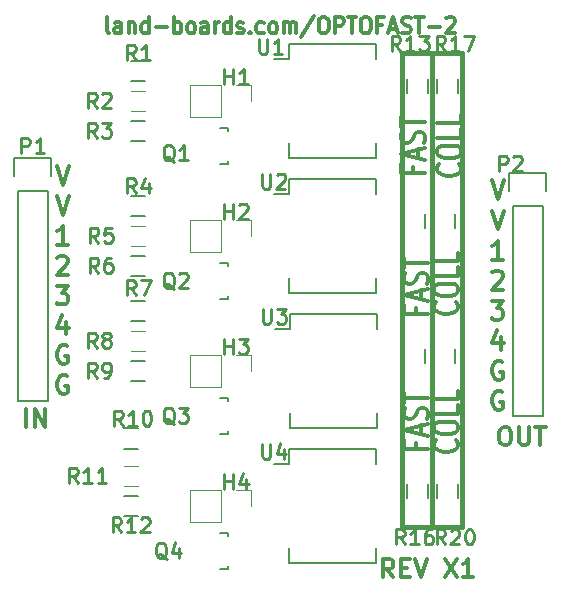
<source format=gbr>
G04 #@! TF.FileFunction,Legend,Top*
%FSLAX46Y46*%
G04 Gerber Fmt 4.6, Leading zero omitted, Abs format (unit mm)*
G04 Created by KiCad (PCBNEW (after 2015-mar-04 BZR unknown)-product) date 6/9/2017 12:20:57 PM*
%MOMM*%
G01*
G04 APERTURE LIST*
%ADD10C,0.150000*%
%ADD11C,0.381000*%
%ADD12C,0.304800*%
%ADD13C,0.120000*%
%ADD14C,0.254000*%
G04 APERTURE END LIST*
D10*
D11*
X37592000Y-3556000D02*
X37592000Y-43688000D01*
X35052000Y-43688000D02*
X35052000Y-3556000D01*
X40132000Y-43688000D02*
X35052000Y-43688000D01*
X40132000Y-3556000D02*
X40132000Y-43688000D01*
X35052000Y-3556000D02*
X40132000Y-3556000D01*
D12*
X39841714Y-12990285D02*
X39938476Y-13062856D01*
X40035238Y-13280570D01*
X40035238Y-13425713D01*
X39938476Y-13643428D01*
X39744952Y-13788570D01*
X39551429Y-13861142D01*
X39164381Y-13933713D01*
X38874095Y-13933713D01*
X38487048Y-13861142D01*
X38293524Y-13788570D01*
X38100000Y-13643428D01*
X38003238Y-13425713D01*
X38003238Y-13280570D01*
X38100000Y-13062856D01*
X38196762Y-12990285D01*
X38003238Y-12046856D02*
X38003238Y-11756570D01*
X38100000Y-11611428D01*
X38293524Y-11466285D01*
X38680571Y-11393713D01*
X39357905Y-11393713D01*
X39744952Y-11466285D01*
X39938476Y-11611428D01*
X40035238Y-11756570D01*
X40035238Y-12046856D01*
X39938476Y-12191999D01*
X39744952Y-12337142D01*
X39357905Y-12409713D01*
X38680571Y-12409713D01*
X38293524Y-12337142D01*
X38100000Y-12191999D01*
X38003238Y-12046856D01*
X40035238Y-10014857D02*
X40035238Y-10740571D01*
X38003238Y-10740571D01*
X40035238Y-8781143D02*
X40035238Y-9506857D01*
X38003238Y-9506857D01*
X39587714Y-24674285D02*
X39684476Y-24746856D01*
X39781238Y-24964570D01*
X39781238Y-25109713D01*
X39684476Y-25327428D01*
X39490952Y-25472570D01*
X39297429Y-25545142D01*
X38910381Y-25617713D01*
X38620095Y-25617713D01*
X38233048Y-25545142D01*
X38039524Y-25472570D01*
X37846000Y-25327428D01*
X37749238Y-25109713D01*
X37749238Y-24964570D01*
X37846000Y-24746856D01*
X37942762Y-24674285D01*
X37749238Y-23730856D02*
X37749238Y-23440570D01*
X37846000Y-23295428D01*
X38039524Y-23150285D01*
X38426571Y-23077713D01*
X39103905Y-23077713D01*
X39490952Y-23150285D01*
X39684476Y-23295428D01*
X39781238Y-23440570D01*
X39781238Y-23730856D01*
X39684476Y-23875999D01*
X39490952Y-24021142D01*
X39103905Y-24093713D01*
X38426571Y-24093713D01*
X38039524Y-24021142D01*
X37846000Y-23875999D01*
X37749238Y-23730856D01*
X39781238Y-21698857D02*
X39781238Y-22424571D01*
X37749238Y-22424571D01*
X39781238Y-20465143D02*
X39781238Y-21190857D01*
X37749238Y-21190857D01*
X39587714Y-36358285D02*
X39684476Y-36430856D01*
X39781238Y-36648570D01*
X39781238Y-36793713D01*
X39684476Y-37011428D01*
X39490952Y-37156570D01*
X39297429Y-37229142D01*
X38910381Y-37301713D01*
X38620095Y-37301713D01*
X38233048Y-37229142D01*
X38039524Y-37156570D01*
X37846000Y-37011428D01*
X37749238Y-36793713D01*
X37749238Y-36648570D01*
X37846000Y-36430856D01*
X37942762Y-36358285D01*
X37749238Y-35414856D02*
X37749238Y-35124570D01*
X37846000Y-34979428D01*
X38039524Y-34834285D01*
X38426571Y-34761713D01*
X39103905Y-34761713D01*
X39490952Y-34834285D01*
X39684476Y-34979428D01*
X39781238Y-35124570D01*
X39781238Y-35414856D01*
X39684476Y-35559999D01*
X39490952Y-35705142D01*
X39103905Y-35777713D01*
X38426571Y-35777713D01*
X38039524Y-35705142D01*
X37846000Y-35559999D01*
X37749238Y-35414856D01*
X39781238Y-33382857D02*
X39781238Y-34108571D01*
X37749238Y-34108571D01*
X39781238Y-32149143D02*
X39781238Y-32874857D01*
X37749238Y-32874857D01*
X35922857Y-13171715D02*
X35922857Y-13679715D01*
X36987238Y-13679715D02*
X34955238Y-13679715D01*
X34955238Y-12954001D01*
X36406667Y-12446000D02*
X36406667Y-11720286D01*
X36987238Y-12591143D02*
X34955238Y-12083143D01*
X36987238Y-11575143D01*
X36890476Y-11139714D02*
X36987238Y-10922000D01*
X36987238Y-10559143D01*
X36890476Y-10414000D01*
X36793714Y-10341429D01*
X36600190Y-10268857D01*
X36406667Y-10268857D01*
X36213143Y-10341429D01*
X36116381Y-10414000D01*
X36019619Y-10559143D01*
X35922857Y-10849429D01*
X35826095Y-10994571D01*
X35729333Y-11067143D01*
X35535810Y-11139714D01*
X35342286Y-11139714D01*
X35148762Y-11067143D01*
X35052000Y-10994571D01*
X34955238Y-10849429D01*
X34955238Y-10486571D01*
X35052000Y-10268857D01*
X34955238Y-9833428D02*
X34955238Y-8962571D01*
X36987238Y-9398000D02*
X34955238Y-9398000D01*
X36176857Y-36539715D02*
X36176857Y-37047715D01*
X37241238Y-37047715D02*
X35209238Y-37047715D01*
X35209238Y-36322001D01*
X36660667Y-35814000D02*
X36660667Y-35088286D01*
X37241238Y-35959143D02*
X35209238Y-35451143D01*
X37241238Y-34943143D01*
X37144476Y-34507714D02*
X37241238Y-34290000D01*
X37241238Y-33927143D01*
X37144476Y-33782000D01*
X37047714Y-33709429D01*
X36854190Y-33636857D01*
X36660667Y-33636857D01*
X36467143Y-33709429D01*
X36370381Y-33782000D01*
X36273619Y-33927143D01*
X36176857Y-34217429D01*
X36080095Y-34362571D01*
X35983333Y-34435143D01*
X35789810Y-34507714D01*
X35596286Y-34507714D01*
X35402762Y-34435143D01*
X35306000Y-34362571D01*
X35209238Y-34217429D01*
X35209238Y-33854571D01*
X35306000Y-33636857D01*
X35209238Y-33201428D02*
X35209238Y-32330571D01*
X37241238Y-32766000D02*
X35209238Y-32766000D01*
X36176857Y-25109715D02*
X36176857Y-25617715D01*
X37241238Y-25617715D02*
X35209238Y-25617715D01*
X35209238Y-24892001D01*
X36660667Y-24384000D02*
X36660667Y-23658286D01*
X37241238Y-24529143D02*
X35209238Y-24021143D01*
X37241238Y-23513143D01*
X37144476Y-23077714D02*
X37241238Y-22860000D01*
X37241238Y-22497143D01*
X37144476Y-22352000D01*
X37047714Y-22279429D01*
X36854190Y-22206857D01*
X36660667Y-22206857D01*
X36467143Y-22279429D01*
X36370381Y-22352000D01*
X36273619Y-22497143D01*
X36176857Y-22787429D01*
X36080095Y-22932571D01*
X35983333Y-23005143D01*
X35789810Y-23077714D01*
X35596286Y-23077714D01*
X35402762Y-23005143D01*
X35306000Y-22932571D01*
X35209238Y-22787429D01*
X35209238Y-22424571D01*
X35306000Y-22206857D01*
X35209238Y-21771428D02*
X35209238Y-20900571D01*
X37241238Y-21336000D02*
X35209238Y-21336000D01*
X43628001Y-35243429D02*
X43918287Y-35243429D01*
X44063429Y-35316000D01*
X44208572Y-35461143D01*
X44281144Y-35751429D01*
X44281144Y-36259429D01*
X44208572Y-36549714D01*
X44063429Y-36694857D01*
X43918287Y-36767429D01*
X43628001Y-36767429D01*
X43482858Y-36694857D01*
X43337715Y-36549714D01*
X43265144Y-36259429D01*
X43265144Y-35751429D01*
X43337715Y-35461143D01*
X43482858Y-35316000D01*
X43628001Y-35243429D01*
X44934286Y-35243429D02*
X44934286Y-36477143D01*
X45006858Y-36622286D01*
X45079429Y-36694857D01*
X45224572Y-36767429D01*
X45514858Y-36767429D01*
X45660000Y-36694857D01*
X45732572Y-36622286D01*
X45805143Y-36477143D01*
X45805143Y-35243429D01*
X46313143Y-35243429D02*
X47184000Y-35243429D01*
X46748571Y-36767429D02*
X46748571Y-35243429D01*
X3205715Y-35243429D02*
X3205715Y-33719429D01*
X3931429Y-35243429D02*
X3931429Y-33719429D01*
X4802286Y-35243429D01*
X4802286Y-33719429D01*
X42612000Y-14355920D02*
X43120000Y-15956120D01*
X43628000Y-14355920D01*
X42612000Y-16901000D02*
X43120000Y-18501200D01*
X43628000Y-16901000D01*
X43555429Y-21046280D02*
X42684572Y-21046280D01*
X43120000Y-21046280D02*
X43120000Y-19446080D01*
X42974857Y-19674680D01*
X42829715Y-19827080D01*
X42684572Y-19903280D01*
X42684572Y-22143560D02*
X42757143Y-22067360D01*
X42902286Y-21991160D01*
X43265143Y-21991160D01*
X43410286Y-22067360D01*
X43482857Y-22143560D01*
X43555429Y-22295960D01*
X43555429Y-22448360D01*
X43482857Y-22676960D01*
X42612000Y-23591360D01*
X43555429Y-23591360D01*
X42612000Y-24536240D02*
X43555429Y-24536240D01*
X43047429Y-25145840D01*
X43265143Y-25145840D01*
X43410286Y-25222040D01*
X43482857Y-25298240D01*
X43555429Y-25450640D01*
X43555429Y-25831640D01*
X43482857Y-25984040D01*
X43410286Y-26060240D01*
X43265143Y-26136440D01*
X42829715Y-26136440D01*
X42684572Y-26060240D01*
X42612000Y-25984040D01*
X43410286Y-27614720D02*
X43410286Y-28681520D01*
X43047429Y-27005120D02*
X42684572Y-28148120D01*
X43628000Y-28148120D01*
X43519143Y-29702600D02*
X43374000Y-29626400D01*
X43156286Y-29626400D01*
X42938571Y-29702600D01*
X42793429Y-29855000D01*
X42720857Y-30007400D01*
X42648286Y-30312200D01*
X42648286Y-30540800D01*
X42720857Y-30845600D01*
X42793429Y-30998000D01*
X42938571Y-31150400D01*
X43156286Y-31226600D01*
X43301429Y-31226600D01*
X43519143Y-31150400D01*
X43591714Y-31074200D01*
X43591714Y-30540800D01*
X43301429Y-30540800D01*
X43519143Y-32247680D02*
X43374000Y-32171480D01*
X43156286Y-32171480D01*
X42938571Y-32247680D01*
X42793429Y-32400080D01*
X42720857Y-32552480D01*
X42648286Y-32857280D01*
X42648286Y-33085880D01*
X42720857Y-33390680D01*
X42793429Y-33543080D01*
X42938571Y-33695480D01*
X43156286Y-33771680D01*
X43301429Y-33771680D01*
X43519143Y-33695480D01*
X43591714Y-33619280D01*
X43591714Y-33085880D01*
X43301429Y-33085880D01*
X5782000Y-13155105D02*
X6290000Y-14742605D01*
X6798000Y-13155105D01*
X5782000Y-15682405D02*
X6290000Y-17269905D01*
X6798000Y-15682405D01*
X6725429Y-19797205D02*
X5854572Y-19797205D01*
X6290000Y-19797205D02*
X6290000Y-18209705D01*
X6144857Y-18436490D01*
X5999715Y-18587681D01*
X5854572Y-18663276D01*
X5854572Y-20888195D02*
X5927143Y-20812600D01*
X6072286Y-20737005D01*
X6435143Y-20737005D01*
X6580286Y-20812600D01*
X6652857Y-20888195D01*
X6725429Y-21039386D01*
X6725429Y-21190576D01*
X6652857Y-21417362D01*
X5782000Y-22324505D01*
X6725429Y-22324505D01*
X5782000Y-23264305D02*
X6725429Y-23264305D01*
X6217429Y-23869067D01*
X6435143Y-23869067D01*
X6580286Y-23944662D01*
X6652857Y-24020257D01*
X6725429Y-24171448D01*
X6725429Y-24549424D01*
X6652857Y-24700614D01*
X6580286Y-24776210D01*
X6435143Y-24851805D01*
X5999715Y-24851805D01*
X5854572Y-24776210D01*
X5782000Y-24700614D01*
X6580286Y-26320771D02*
X6580286Y-27379105D01*
X6217429Y-25716010D02*
X5854572Y-26849938D01*
X6798000Y-26849938D01*
X6689143Y-28394500D02*
X6544000Y-28318905D01*
X6326286Y-28318905D01*
X6108571Y-28394500D01*
X5963429Y-28545690D01*
X5890857Y-28696881D01*
X5818286Y-28999262D01*
X5818286Y-29226048D01*
X5890857Y-29528429D01*
X5963429Y-29679619D01*
X6108571Y-29830810D01*
X6326286Y-29906405D01*
X6471429Y-29906405D01*
X6689143Y-29830810D01*
X6761714Y-29755214D01*
X6761714Y-29226048D01*
X6471429Y-29226048D01*
X6689143Y-30921800D02*
X6544000Y-30846205D01*
X6326286Y-30846205D01*
X6108571Y-30921800D01*
X5963429Y-31072990D01*
X5890857Y-31224181D01*
X5818286Y-31526562D01*
X5818286Y-31753348D01*
X5890857Y-32055729D01*
X5963429Y-32206919D01*
X6108571Y-32358110D01*
X6326286Y-32433705D01*
X6471429Y-32433705D01*
X6689143Y-32358110D01*
X6761714Y-32282514D01*
X6761714Y-31753348D01*
X6471429Y-31753348D01*
X10250715Y-1901976D02*
X10129762Y-1835452D01*
X10069286Y-1702405D01*
X10069286Y-504976D01*
X11278810Y-1901976D02*
X11278810Y-1170214D01*
X11218333Y-1037167D01*
X11097381Y-970643D01*
X10855476Y-970643D01*
X10734524Y-1037167D01*
X11278810Y-1835452D02*
X11157857Y-1901976D01*
X10855476Y-1901976D01*
X10734524Y-1835452D01*
X10674048Y-1702405D01*
X10674048Y-1569357D01*
X10734524Y-1436310D01*
X10855476Y-1369786D01*
X11157857Y-1369786D01*
X11278810Y-1303262D01*
X11883572Y-970643D02*
X11883572Y-1901976D01*
X11883572Y-1103690D02*
X11944048Y-1037167D01*
X12065001Y-970643D01*
X12246429Y-970643D01*
X12367381Y-1037167D01*
X12427858Y-1170214D01*
X12427858Y-1901976D01*
X13576906Y-1901976D02*
X13576906Y-504976D01*
X13576906Y-1835452D02*
X13455953Y-1901976D01*
X13214049Y-1901976D01*
X13093096Y-1835452D01*
X13032620Y-1768929D01*
X12972144Y-1635881D01*
X12972144Y-1236738D01*
X13032620Y-1103690D01*
X13093096Y-1037167D01*
X13214049Y-970643D01*
X13455953Y-970643D01*
X13576906Y-1037167D01*
X14181668Y-1369786D02*
X15149287Y-1369786D01*
X15754049Y-1901976D02*
X15754049Y-504976D01*
X15754049Y-1037167D02*
X15875001Y-970643D01*
X16116906Y-970643D01*
X16237858Y-1037167D01*
X16298335Y-1103690D01*
X16358811Y-1236738D01*
X16358811Y-1635881D01*
X16298335Y-1768929D01*
X16237858Y-1835452D01*
X16116906Y-1901976D01*
X15875001Y-1901976D01*
X15754049Y-1835452D01*
X17084526Y-1901976D02*
X16963573Y-1835452D01*
X16903097Y-1768929D01*
X16842621Y-1635881D01*
X16842621Y-1236738D01*
X16903097Y-1103690D01*
X16963573Y-1037167D01*
X17084526Y-970643D01*
X17265954Y-970643D01*
X17386906Y-1037167D01*
X17447383Y-1103690D01*
X17507859Y-1236738D01*
X17507859Y-1635881D01*
X17447383Y-1768929D01*
X17386906Y-1835452D01*
X17265954Y-1901976D01*
X17084526Y-1901976D01*
X18596431Y-1901976D02*
X18596431Y-1170214D01*
X18535954Y-1037167D01*
X18415002Y-970643D01*
X18173097Y-970643D01*
X18052145Y-1037167D01*
X18596431Y-1835452D02*
X18475478Y-1901976D01*
X18173097Y-1901976D01*
X18052145Y-1835452D01*
X17991669Y-1702405D01*
X17991669Y-1569357D01*
X18052145Y-1436310D01*
X18173097Y-1369786D01*
X18475478Y-1369786D01*
X18596431Y-1303262D01*
X19201193Y-1901976D02*
X19201193Y-970643D01*
X19201193Y-1236738D02*
X19261669Y-1103690D01*
X19322145Y-1037167D01*
X19443098Y-970643D01*
X19564050Y-970643D01*
X20531669Y-1901976D02*
X20531669Y-504976D01*
X20531669Y-1835452D02*
X20410716Y-1901976D01*
X20168812Y-1901976D01*
X20047859Y-1835452D01*
X19987383Y-1768929D01*
X19926907Y-1635881D01*
X19926907Y-1236738D01*
X19987383Y-1103690D01*
X20047859Y-1037167D01*
X20168812Y-970643D01*
X20410716Y-970643D01*
X20531669Y-1037167D01*
X21075955Y-1835452D02*
X21196907Y-1901976D01*
X21438812Y-1901976D01*
X21559764Y-1835452D01*
X21620240Y-1702405D01*
X21620240Y-1635881D01*
X21559764Y-1502833D01*
X21438812Y-1436310D01*
X21257383Y-1436310D01*
X21136431Y-1369786D01*
X21075955Y-1236738D01*
X21075955Y-1170214D01*
X21136431Y-1037167D01*
X21257383Y-970643D01*
X21438812Y-970643D01*
X21559764Y-1037167D01*
X22164526Y-1768929D02*
X22225002Y-1835452D01*
X22164526Y-1901976D01*
X22104050Y-1835452D01*
X22164526Y-1768929D01*
X22164526Y-1901976D01*
X23313574Y-1835452D02*
X23192621Y-1901976D01*
X22950717Y-1901976D01*
X22829764Y-1835452D01*
X22769288Y-1768929D01*
X22708812Y-1635881D01*
X22708812Y-1236738D01*
X22769288Y-1103690D01*
X22829764Y-1037167D01*
X22950717Y-970643D01*
X23192621Y-970643D01*
X23313574Y-1037167D01*
X24039288Y-1901976D02*
X23918335Y-1835452D01*
X23857859Y-1768929D01*
X23797383Y-1635881D01*
X23797383Y-1236738D01*
X23857859Y-1103690D01*
X23918335Y-1037167D01*
X24039288Y-970643D01*
X24220716Y-970643D01*
X24341668Y-1037167D01*
X24402145Y-1103690D01*
X24462621Y-1236738D01*
X24462621Y-1635881D01*
X24402145Y-1768929D01*
X24341668Y-1835452D01*
X24220716Y-1901976D01*
X24039288Y-1901976D01*
X25006907Y-1901976D02*
X25006907Y-970643D01*
X25006907Y-1103690D02*
X25067383Y-1037167D01*
X25188336Y-970643D01*
X25369764Y-970643D01*
X25490716Y-1037167D01*
X25551193Y-1170214D01*
X25551193Y-1901976D01*
X25551193Y-1170214D02*
X25611669Y-1037167D01*
X25732621Y-970643D01*
X25914050Y-970643D01*
X26035002Y-1037167D01*
X26095478Y-1170214D01*
X26095478Y-1901976D01*
X27607383Y-438452D02*
X26518811Y-2234595D01*
X28272621Y-504976D02*
X28514525Y-504976D01*
X28635478Y-571500D01*
X28756430Y-704548D01*
X28816906Y-970643D01*
X28816906Y-1436310D01*
X28756430Y-1702405D01*
X28635478Y-1835452D01*
X28514525Y-1901976D01*
X28272621Y-1901976D01*
X28151668Y-1835452D01*
X28030716Y-1702405D01*
X27970240Y-1436310D01*
X27970240Y-970643D01*
X28030716Y-704548D01*
X28151668Y-571500D01*
X28272621Y-504976D01*
X29361192Y-1901976D02*
X29361192Y-504976D01*
X29845001Y-504976D01*
X29965954Y-571500D01*
X30026430Y-638024D01*
X30086906Y-771071D01*
X30086906Y-970643D01*
X30026430Y-1103690D01*
X29965954Y-1170214D01*
X29845001Y-1236738D01*
X29361192Y-1236738D01*
X30449763Y-504976D02*
X31175478Y-504976D01*
X30812621Y-1901976D02*
X30812621Y-504976D01*
X31840716Y-504976D02*
X32082620Y-504976D01*
X32203573Y-571500D01*
X32324525Y-704548D01*
X32385001Y-970643D01*
X32385001Y-1436310D01*
X32324525Y-1702405D01*
X32203573Y-1835452D01*
X32082620Y-1901976D01*
X31840716Y-1901976D01*
X31719763Y-1835452D01*
X31598811Y-1702405D01*
X31538335Y-1436310D01*
X31538335Y-970643D01*
X31598811Y-704548D01*
X31719763Y-571500D01*
X31840716Y-504976D01*
X33352620Y-1170214D02*
X32929287Y-1170214D01*
X32929287Y-1901976D02*
X32929287Y-504976D01*
X33534049Y-504976D01*
X33957382Y-1502833D02*
X34562144Y-1502833D01*
X33836429Y-1901976D02*
X34259763Y-504976D01*
X34683096Y-1901976D01*
X35045953Y-1835452D02*
X35227381Y-1901976D01*
X35529762Y-1901976D01*
X35650715Y-1835452D01*
X35711191Y-1768929D01*
X35771667Y-1635881D01*
X35771667Y-1502833D01*
X35711191Y-1369786D01*
X35650715Y-1303262D01*
X35529762Y-1236738D01*
X35287858Y-1170214D01*
X35166905Y-1103690D01*
X35106429Y-1037167D01*
X35045953Y-904119D01*
X35045953Y-771071D01*
X35106429Y-638024D01*
X35166905Y-571500D01*
X35287858Y-504976D01*
X35590238Y-504976D01*
X35771667Y-571500D01*
X36134524Y-504976D02*
X36860239Y-504976D01*
X36497382Y-1901976D02*
X36497382Y-504976D01*
X37283572Y-1369786D02*
X38251191Y-1369786D01*
X38795477Y-638024D02*
X38855953Y-571500D01*
X38976905Y-504976D01*
X39279286Y-504976D01*
X39400239Y-571500D01*
X39460715Y-638024D01*
X39521191Y-771071D01*
X39521191Y-904119D01*
X39460715Y-1103690D01*
X38735001Y-1901976D01*
X39521191Y-1901976D01*
X34308142Y-47933429D02*
X33800142Y-47207714D01*
X33437285Y-47933429D02*
X33437285Y-46409429D01*
X34017857Y-46409429D01*
X34162999Y-46482000D01*
X34235571Y-46554571D01*
X34308142Y-46699714D01*
X34308142Y-46917429D01*
X34235571Y-47062571D01*
X34162999Y-47135143D01*
X34017857Y-47207714D01*
X33437285Y-47207714D01*
X34961285Y-47135143D02*
X35469285Y-47135143D01*
X35686999Y-47933429D02*
X34961285Y-47933429D01*
X34961285Y-46409429D01*
X35686999Y-46409429D01*
X36122428Y-46409429D02*
X36630428Y-47933429D01*
X37138428Y-46409429D01*
X38662428Y-46409429D02*
X39678428Y-47933429D01*
X39678428Y-46409429D02*
X38662428Y-47933429D01*
X41057286Y-47933429D02*
X40186429Y-47933429D01*
X40621857Y-47933429D02*
X40621857Y-46409429D01*
X40476714Y-46627143D01*
X40331572Y-46772286D01*
X40186429Y-46844857D01*
D10*
X13300000Y-5955000D02*
X12100000Y-5955000D01*
X12100000Y-4205000D02*
X13300000Y-4205000D01*
X39737000Y-5750000D02*
X39737000Y-6950000D01*
X37987000Y-6950000D02*
X37987000Y-5750000D01*
X13300000Y-17385000D02*
X12100000Y-17385000D01*
X12100000Y-15635000D02*
X13300000Y-15635000D01*
X39483000Y-17180000D02*
X39483000Y-18380000D01*
X37733000Y-18380000D02*
X37733000Y-17180000D01*
X13300000Y-26275000D02*
X12100000Y-26275000D01*
X12100000Y-24525000D02*
X13300000Y-24525000D01*
X39483000Y-28610000D02*
X39483000Y-29810000D01*
X37733000Y-29810000D02*
X37733000Y-28610000D01*
X12665000Y-37070000D02*
X11465000Y-37070000D01*
X11465000Y-35320000D02*
X12665000Y-35320000D01*
X39737000Y-40040000D02*
X39737000Y-41240000D01*
X37987000Y-41240000D02*
X37987000Y-40040000D01*
X25475000Y-2795000D02*
X25475000Y-4065000D01*
X32825000Y-2795000D02*
X32825000Y-4065000D01*
X32825000Y-12465000D02*
X32825000Y-11195000D01*
X25475000Y-12465000D02*
X25475000Y-11195000D01*
X25475000Y-2795000D02*
X32825000Y-2795000D01*
X25475000Y-12465000D02*
X32825000Y-12465000D01*
X25475000Y-4065000D02*
X24190000Y-4065000D01*
X25475000Y-14225000D02*
X25475000Y-15495000D01*
X32825000Y-14225000D02*
X32825000Y-15495000D01*
X32825000Y-23895000D02*
X32825000Y-22625000D01*
X25475000Y-23895000D02*
X25475000Y-22625000D01*
X25475000Y-14225000D02*
X32825000Y-14225000D01*
X25475000Y-23895000D02*
X32825000Y-23895000D01*
X25475000Y-15495000D02*
X24190000Y-15495000D01*
X25535000Y-25645000D02*
X25535000Y-26915000D01*
X32885000Y-25645000D02*
X32885000Y-26915000D01*
X32885000Y-35315000D02*
X32885000Y-34045000D01*
X25535000Y-35315000D02*
X25535000Y-34045000D01*
X25535000Y-25645000D02*
X32885000Y-25645000D01*
X25535000Y-35315000D02*
X32885000Y-35315000D01*
X25535000Y-26915000D02*
X24250000Y-26915000D01*
X25475000Y-37085000D02*
X25475000Y-38355000D01*
X32825000Y-37085000D02*
X32825000Y-38355000D01*
X32825000Y-46755000D02*
X32825000Y-45485000D01*
X25475000Y-46755000D02*
X25475000Y-45485000D01*
X25475000Y-37085000D02*
X32825000Y-37085000D01*
X25475000Y-46755000D02*
X32825000Y-46755000D01*
X25475000Y-38355000D02*
X24190000Y-38355000D01*
X19634200Y-9930180D02*
X20335240Y-9930180D01*
X20335240Y-9930180D02*
X20335240Y-10179100D01*
X20335240Y-12729160D02*
X20335240Y-12929820D01*
X20335240Y-12929820D02*
X19634200Y-12929820D01*
X19634200Y-21360180D02*
X20335240Y-21360180D01*
X20335240Y-21360180D02*
X20335240Y-21609100D01*
X20335240Y-24159160D02*
X20335240Y-24359820D01*
X20335240Y-24359820D02*
X19634200Y-24359820D01*
X19634200Y-32790180D02*
X20335240Y-32790180D01*
X20335240Y-32790180D02*
X20335240Y-33039100D01*
X20335240Y-35589160D02*
X20335240Y-35789820D01*
X20335240Y-35789820D02*
X19634200Y-35789820D01*
X19634200Y-44220180D02*
X20335240Y-44220180D01*
X20335240Y-44220180D02*
X20335240Y-44469100D01*
X20335240Y-47019160D02*
X20335240Y-47219820D01*
X20335240Y-47219820D02*
X19634200Y-47219820D01*
X5020000Y-15250000D02*
X5020000Y-33030000D01*
X5020000Y-33030000D02*
X2480000Y-33030000D01*
X2480000Y-33030000D02*
X2480000Y-15250000D01*
X5300000Y-12430000D02*
X5300000Y-13980000D01*
X5020000Y-15250000D02*
X2480000Y-15250000D01*
X2200000Y-13980000D02*
X2200000Y-12430000D01*
X2200000Y-12430000D02*
X5300000Y-12430000D01*
X46930000Y-16520000D02*
X46930000Y-34300000D01*
X46930000Y-34300000D02*
X44390000Y-34300000D01*
X44390000Y-34300000D02*
X44390000Y-16520000D01*
X47210000Y-13700000D02*
X47210000Y-15250000D01*
X46930000Y-16520000D02*
X44390000Y-16520000D01*
X44110000Y-15250000D02*
X44110000Y-13700000D01*
X44110000Y-13700000D02*
X47210000Y-13700000D01*
X35447000Y-6950000D02*
X35447000Y-5750000D01*
X37197000Y-5750000D02*
X37197000Y-6950000D01*
X35193000Y-18380000D02*
X35193000Y-17180000D01*
X36943000Y-17180000D02*
X36943000Y-18380000D01*
X35193000Y-29810000D02*
X35193000Y-28610000D01*
X36943000Y-28610000D02*
X36943000Y-29810000D01*
X35447000Y-41240000D02*
X35447000Y-40040000D01*
X37197000Y-40040000D02*
X37197000Y-41240000D01*
X13300000Y-11035000D02*
X12100000Y-11035000D01*
X12100000Y-9285000D02*
X13300000Y-9285000D01*
X13300000Y-22465000D02*
X12100000Y-22465000D01*
X12100000Y-20715000D02*
X13300000Y-20715000D01*
X13300000Y-31355000D02*
X12100000Y-31355000D01*
X12100000Y-29605000D02*
X13300000Y-29605000D01*
X12665000Y-42785000D02*
X11465000Y-42785000D01*
X11465000Y-41035000D02*
X12665000Y-41035000D01*
D13*
X19685000Y-6290000D02*
X17085000Y-6290000D01*
X17085000Y-6290000D02*
X17085000Y-8950000D01*
X17085000Y-8950000D02*
X19685000Y-8950000D01*
X19685000Y-8950000D02*
X19685000Y-6290000D01*
X20955000Y-6290000D02*
X22285000Y-6290000D01*
X22285000Y-6290000D02*
X22285000Y-7620000D01*
X19685000Y-17720000D02*
X17085000Y-17720000D01*
X17085000Y-17720000D02*
X17085000Y-20380000D01*
X17085000Y-20380000D02*
X19685000Y-20380000D01*
X19685000Y-20380000D02*
X19685000Y-17720000D01*
X20955000Y-17720000D02*
X22285000Y-17720000D01*
X22285000Y-17720000D02*
X22285000Y-19050000D01*
X19685000Y-29150000D02*
X17085000Y-29150000D01*
X17085000Y-29150000D02*
X17085000Y-31810000D01*
X17085000Y-31810000D02*
X19685000Y-31810000D01*
X19685000Y-31810000D02*
X19685000Y-29150000D01*
X20955000Y-29150000D02*
X22285000Y-29150000D01*
X22285000Y-29150000D02*
X22285000Y-30480000D01*
X19685000Y-40580000D02*
X17085000Y-40580000D01*
X17085000Y-40580000D02*
X17085000Y-43240000D01*
X17085000Y-43240000D02*
X19685000Y-43240000D01*
X19685000Y-43240000D02*
X19685000Y-40580000D01*
X20955000Y-40580000D02*
X22285000Y-40580000D01*
X22285000Y-40580000D02*
X22285000Y-41910000D01*
X13300000Y-8500000D02*
X12100000Y-8500000D01*
X12100000Y-6740000D02*
X13300000Y-6740000D01*
X13300000Y-19930000D02*
X12100000Y-19930000D01*
X12100000Y-18170000D02*
X13300000Y-18170000D01*
X13300000Y-28820000D02*
X12100000Y-28820000D01*
X12100000Y-27060000D02*
X13300000Y-27060000D01*
X12665000Y-40250000D02*
X11465000Y-40250000D01*
X11465000Y-38490000D02*
X12665000Y-38490000D01*
D14*
X12488333Y-4130524D02*
X12065000Y-3525762D01*
X11762619Y-4130524D02*
X11762619Y-2860524D01*
X12246428Y-2860524D01*
X12367381Y-2921000D01*
X12427857Y-2981476D01*
X12488333Y-3102429D01*
X12488333Y-3283857D01*
X12427857Y-3404810D01*
X12367381Y-3465286D01*
X12246428Y-3525762D01*
X11762619Y-3525762D01*
X13697857Y-4130524D02*
X12972143Y-4130524D01*
X13335000Y-4130524D02*
X13335000Y-2860524D01*
X13214048Y-3041952D01*
X13093095Y-3162905D01*
X12972143Y-3223381D01*
X38680571Y-3368524D02*
X38257238Y-2763762D01*
X37954857Y-3368524D02*
X37954857Y-2098524D01*
X38438666Y-2098524D01*
X38559619Y-2159000D01*
X38620095Y-2219476D01*
X38680571Y-2340429D01*
X38680571Y-2521857D01*
X38620095Y-2642810D01*
X38559619Y-2703286D01*
X38438666Y-2763762D01*
X37954857Y-2763762D01*
X39890095Y-3368524D02*
X39164381Y-3368524D01*
X39527238Y-3368524D02*
X39527238Y-2098524D01*
X39406286Y-2279952D01*
X39285333Y-2400905D01*
X39164381Y-2461381D01*
X40313429Y-2098524D02*
X41160095Y-2098524D01*
X40615810Y-3368524D01*
X12488333Y-15433524D02*
X12065000Y-14828762D01*
X11762619Y-15433524D02*
X11762619Y-14163524D01*
X12246428Y-14163524D01*
X12367381Y-14224000D01*
X12427857Y-14284476D01*
X12488333Y-14405429D01*
X12488333Y-14586857D01*
X12427857Y-14707810D01*
X12367381Y-14768286D01*
X12246428Y-14828762D01*
X11762619Y-14828762D01*
X13576905Y-14586857D02*
X13576905Y-15433524D01*
X13274524Y-14103048D02*
X12972143Y-15010190D01*
X13758333Y-15010190D01*
X12488333Y-24069524D02*
X12065000Y-23464762D01*
X11762619Y-24069524D02*
X11762619Y-22799524D01*
X12246428Y-22799524D01*
X12367381Y-22860000D01*
X12427857Y-22920476D01*
X12488333Y-23041429D01*
X12488333Y-23222857D01*
X12427857Y-23343810D01*
X12367381Y-23404286D01*
X12246428Y-23464762D01*
X11762619Y-23464762D01*
X12911667Y-22799524D02*
X13758333Y-22799524D01*
X13214048Y-24069524D01*
X11375571Y-35118524D02*
X10952238Y-34513762D01*
X10649857Y-35118524D02*
X10649857Y-33848524D01*
X11133666Y-33848524D01*
X11254619Y-33909000D01*
X11315095Y-33969476D01*
X11375571Y-34090429D01*
X11375571Y-34271857D01*
X11315095Y-34392810D01*
X11254619Y-34453286D01*
X11133666Y-34513762D01*
X10649857Y-34513762D01*
X12585095Y-35118524D02*
X11859381Y-35118524D01*
X12222238Y-35118524D02*
X12222238Y-33848524D01*
X12101286Y-34029952D01*
X11980333Y-34150905D01*
X11859381Y-34211381D01*
X13371286Y-33848524D02*
X13492238Y-33848524D01*
X13613190Y-33909000D01*
X13673667Y-33969476D01*
X13734143Y-34090429D01*
X13794619Y-34332333D01*
X13794619Y-34634714D01*
X13734143Y-34876619D01*
X13673667Y-34997571D01*
X13613190Y-35058048D01*
X13492238Y-35118524D01*
X13371286Y-35118524D01*
X13250333Y-35058048D01*
X13189857Y-34997571D01*
X13129381Y-34876619D01*
X13068905Y-34634714D01*
X13068905Y-34332333D01*
X13129381Y-34090429D01*
X13189857Y-33969476D01*
X13250333Y-33909000D01*
X13371286Y-33848524D01*
X38680571Y-45151524D02*
X38257238Y-44546762D01*
X37954857Y-45151524D02*
X37954857Y-43881524D01*
X38438666Y-43881524D01*
X38559619Y-43942000D01*
X38620095Y-44002476D01*
X38680571Y-44123429D01*
X38680571Y-44304857D01*
X38620095Y-44425810D01*
X38559619Y-44486286D01*
X38438666Y-44546762D01*
X37954857Y-44546762D01*
X39164381Y-44002476D02*
X39224857Y-43942000D01*
X39345809Y-43881524D01*
X39648190Y-43881524D01*
X39769143Y-43942000D01*
X39829619Y-44002476D01*
X39890095Y-44123429D01*
X39890095Y-44244381D01*
X39829619Y-44425810D01*
X39103905Y-45151524D01*
X39890095Y-45151524D01*
X40676286Y-43881524D02*
X40797238Y-43881524D01*
X40918190Y-43942000D01*
X40978667Y-44002476D01*
X41039143Y-44123429D01*
X41099619Y-44365333D01*
X41099619Y-44667714D01*
X41039143Y-44909619D01*
X40978667Y-45030571D01*
X40918190Y-45091048D01*
X40797238Y-45151524D01*
X40676286Y-45151524D01*
X40555333Y-45091048D01*
X40494857Y-45030571D01*
X40434381Y-44909619D01*
X40373905Y-44667714D01*
X40373905Y-44365333D01*
X40434381Y-44123429D01*
X40494857Y-44002476D01*
X40555333Y-43942000D01*
X40676286Y-43881524D01*
X22908381Y-2352524D02*
X22908381Y-3380619D01*
X22968857Y-3501571D01*
X23029333Y-3562048D01*
X23150286Y-3622524D01*
X23392190Y-3622524D01*
X23513143Y-3562048D01*
X23573619Y-3501571D01*
X23634095Y-3380619D01*
X23634095Y-2352524D01*
X24904095Y-3622524D02*
X24178381Y-3622524D01*
X24541238Y-3622524D02*
X24541238Y-2352524D01*
X24420286Y-2533952D01*
X24299333Y-2654905D01*
X24178381Y-2715381D01*
X23162381Y-13782524D02*
X23162381Y-14810619D01*
X23222857Y-14931571D01*
X23283333Y-14992048D01*
X23404286Y-15052524D01*
X23646190Y-15052524D01*
X23767143Y-14992048D01*
X23827619Y-14931571D01*
X23888095Y-14810619D01*
X23888095Y-13782524D01*
X24432381Y-13903476D02*
X24492857Y-13843000D01*
X24613809Y-13782524D01*
X24916190Y-13782524D01*
X25037143Y-13843000D01*
X25097619Y-13903476D01*
X25158095Y-14024429D01*
X25158095Y-14145381D01*
X25097619Y-14326810D01*
X24371905Y-15052524D01*
X25158095Y-15052524D01*
X23222381Y-25202524D02*
X23222381Y-26230619D01*
X23282857Y-26351571D01*
X23343333Y-26412048D01*
X23464286Y-26472524D01*
X23706190Y-26472524D01*
X23827143Y-26412048D01*
X23887619Y-26351571D01*
X23948095Y-26230619D01*
X23948095Y-25202524D01*
X24431905Y-25202524D02*
X25218095Y-25202524D01*
X24794762Y-25686333D01*
X24976190Y-25686333D01*
X25097143Y-25746810D01*
X25157619Y-25807286D01*
X25218095Y-25928238D01*
X25218095Y-26230619D01*
X25157619Y-26351571D01*
X25097143Y-26412048D01*
X24976190Y-26472524D01*
X24613333Y-26472524D01*
X24492381Y-26412048D01*
X24431905Y-26351571D01*
X23162381Y-36642524D02*
X23162381Y-37670619D01*
X23222857Y-37791571D01*
X23283333Y-37852048D01*
X23404286Y-37912524D01*
X23646190Y-37912524D01*
X23767143Y-37852048D01*
X23827619Y-37791571D01*
X23888095Y-37670619D01*
X23888095Y-36642524D01*
X25037143Y-37065857D02*
X25037143Y-37912524D01*
X24734762Y-36582048D02*
X24432381Y-37489190D01*
X25218571Y-37489190D01*
X15754048Y-12760476D02*
X15633095Y-12700000D01*
X15512143Y-12579048D01*
X15330714Y-12397619D01*
X15209762Y-12337143D01*
X15088810Y-12337143D01*
X15149286Y-12639524D02*
X15028333Y-12579048D01*
X14907381Y-12458095D01*
X14846905Y-12216190D01*
X14846905Y-11792857D01*
X14907381Y-11550952D01*
X15028333Y-11430000D01*
X15149286Y-11369524D01*
X15391190Y-11369524D01*
X15512143Y-11430000D01*
X15633095Y-11550952D01*
X15693571Y-11792857D01*
X15693571Y-12216190D01*
X15633095Y-12458095D01*
X15512143Y-12579048D01*
X15391190Y-12639524D01*
X15149286Y-12639524D01*
X16903095Y-12639524D02*
X16177381Y-12639524D01*
X16540238Y-12639524D02*
X16540238Y-11369524D01*
X16419286Y-11550952D01*
X16298333Y-11671905D01*
X16177381Y-11732381D01*
X15754048Y-23555476D02*
X15633095Y-23495000D01*
X15512143Y-23374048D01*
X15330714Y-23192619D01*
X15209762Y-23132143D01*
X15088810Y-23132143D01*
X15149286Y-23434524D02*
X15028333Y-23374048D01*
X14907381Y-23253095D01*
X14846905Y-23011190D01*
X14846905Y-22587857D01*
X14907381Y-22345952D01*
X15028333Y-22225000D01*
X15149286Y-22164524D01*
X15391190Y-22164524D01*
X15512143Y-22225000D01*
X15633095Y-22345952D01*
X15693571Y-22587857D01*
X15693571Y-23011190D01*
X15633095Y-23253095D01*
X15512143Y-23374048D01*
X15391190Y-23434524D01*
X15149286Y-23434524D01*
X16177381Y-22285476D02*
X16237857Y-22225000D01*
X16358809Y-22164524D01*
X16661190Y-22164524D01*
X16782143Y-22225000D01*
X16842619Y-22285476D01*
X16903095Y-22406429D01*
X16903095Y-22527381D01*
X16842619Y-22708810D01*
X16116905Y-23434524D01*
X16903095Y-23434524D01*
X15754048Y-34985476D02*
X15633095Y-34925000D01*
X15512143Y-34804048D01*
X15330714Y-34622619D01*
X15209762Y-34562143D01*
X15088810Y-34562143D01*
X15149286Y-34864524D02*
X15028333Y-34804048D01*
X14907381Y-34683095D01*
X14846905Y-34441190D01*
X14846905Y-34017857D01*
X14907381Y-33775952D01*
X15028333Y-33655000D01*
X15149286Y-33594524D01*
X15391190Y-33594524D01*
X15512143Y-33655000D01*
X15633095Y-33775952D01*
X15693571Y-34017857D01*
X15693571Y-34441190D01*
X15633095Y-34683095D01*
X15512143Y-34804048D01*
X15391190Y-34864524D01*
X15149286Y-34864524D01*
X16116905Y-33594524D02*
X16903095Y-33594524D01*
X16479762Y-34078333D01*
X16661190Y-34078333D01*
X16782143Y-34138810D01*
X16842619Y-34199286D01*
X16903095Y-34320238D01*
X16903095Y-34622619D01*
X16842619Y-34743571D01*
X16782143Y-34804048D01*
X16661190Y-34864524D01*
X16298333Y-34864524D01*
X16177381Y-34804048D01*
X16116905Y-34743571D01*
X15119048Y-46415476D02*
X14998095Y-46355000D01*
X14877143Y-46234048D01*
X14695714Y-46052619D01*
X14574762Y-45992143D01*
X14453810Y-45992143D01*
X14514286Y-46294524D02*
X14393333Y-46234048D01*
X14272381Y-46113095D01*
X14211905Y-45871190D01*
X14211905Y-45447857D01*
X14272381Y-45205952D01*
X14393333Y-45085000D01*
X14514286Y-45024524D01*
X14756190Y-45024524D01*
X14877143Y-45085000D01*
X14998095Y-45205952D01*
X15058571Y-45447857D01*
X15058571Y-45871190D01*
X14998095Y-46113095D01*
X14877143Y-46234048D01*
X14756190Y-46294524D01*
X14514286Y-46294524D01*
X16147143Y-45447857D02*
X16147143Y-46294524D01*
X15844762Y-44964048D02*
X15542381Y-45871190D01*
X16328571Y-45871190D01*
X2812619Y-12014524D02*
X2812619Y-10744524D01*
X3296428Y-10744524D01*
X3417381Y-10805000D01*
X3477857Y-10865476D01*
X3538333Y-10986429D01*
X3538333Y-11167857D01*
X3477857Y-11288810D01*
X3417381Y-11349286D01*
X3296428Y-11409762D01*
X2812619Y-11409762D01*
X4747857Y-12014524D02*
X4022143Y-12014524D01*
X4385000Y-12014524D02*
X4385000Y-10744524D01*
X4264048Y-10925952D01*
X4143095Y-11046905D01*
X4022143Y-11107381D01*
X43258619Y-13528524D02*
X43258619Y-12258524D01*
X43742428Y-12258524D01*
X43863381Y-12319000D01*
X43923857Y-12379476D01*
X43984333Y-12500429D01*
X43984333Y-12681857D01*
X43923857Y-12802810D01*
X43863381Y-12863286D01*
X43742428Y-12923762D01*
X43258619Y-12923762D01*
X44468143Y-12379476D02*
X44528619Y-12319000D01*
X44649571Y-12258524D01*
X44951952Y-12258524D01*
X45072905Y-12319000D01*
X45133381Y-12379476D01*
X45193857Y-12500429D01*
X45193857Y-12621381D01*
X45133381Y-12802810D01*
X44407667Y-13528524D01*
X45193857Y-13528524D01*
X34870571Y-3368524D02*
X34447238Y-2763762D01*
X34144857Y-3368524D02*
X34144857Y-2098524D01*
X34628666Y-2098524D01*
X34749619Y-2159000D01*
X34810095Y-2219476D01*
X34870571Y-2340429D01*
X34870571Y-2521857D01*
X34810095Y-2642810D01*
X34749619Y-2703286D01*
X34628666Y-2763762D01*
X34144857Y-2763762D01*
X36080095Y-3368524D02*
X35354381Y-3368524D01*
X35717238Y-3368524D02*
X35717238Y-2098524D01*
X35596286Y-2279952D01*
X35475333Y-2400905D01*
X35354381Y-2461381D01*
X36503429Y-2098524D02*
X37289619Y-2098524D01*
X36866286Y-2582333D01*
X37047714Y-2582333D01*
X37168667Y-2642810D01*
X37229143Y-2703286D01*
X37289619Y-2824238D01*
X37289619Y-3126619D01*
X37229143Y-3247571D01*
X37168667Y-3308048D01*
X37047714Y-3368524D01*
X36684857Y-3368524D01*
X36563905Y-3308048D01*
X36503429Y-3247571D01*
X35251571Y-45151524D02*
X34828238Y-44546762D01*
X34525857Y-45151524D02*
X34525857Y-43881524D01*
X35009666Y-43881524D01*
X35130619Y-43942000D01*
X35191095Y-44002476D01*
X35251571Y-44123429D01*
X35251571Y-44304857D01*
X35191095Y-44425810D01*
X35130619Y-44486286D01*
X35009666Y-44546762D01*
X34525857Y-44546762D01*
X36461095Y-45151524D02*
X35735381Y-45151524D01*
X36098238Y-45151524D02*
X36098238Y-43881524D01*
X35977286Y-44062952D01*
X35856333Y-44183905D01*
X35735381Y-44244381D01*
X37549667Y-43881524D02*
X37307762Y-43881524D01*
X37186810Y-43942000D01*
X37126333Y-44002476D01*
X37005381Y-44183905D01*
X36944905Y-44425810D01*
X36944905Y-44909619D01*
X37005381Y-45030571D01*
X37065857Y-45091048D01*
X37186810Y-45151524D01*
X37428714Y-45151524D01*
X37549667Y-45091048D01*
X37610143Y-45030571D01*
X37670619Y-44909619D01*
X37670619Y-44607238D01*
X37610143Y-44486286D01*
X37549667Y-44425810D01*
X37428714Y-44365333D01*
X37186810Y-44365333D01*
X37065857Y-44425810D01*
X37005381Y-44486286D01*
X36944905Y-44607238D01*
X9186333Y-10734524D02*
X8763000Y-10129762D01*
X8460619Y-10734524D02*
X8460619Y-9464524D01*
X8944428Y-9464524D01*
X9065381Y-9525000D01*
X9125857Y-9585476D01*
X9186333Y-9706429D01*
X9186333Y-9887857D01*
X9125857Y-10008810D01*
X9065381Y-10069286D01*
X8944428Y-10129762D01*
X8460619Y-10129762D01*
X9609667Y-9464524D02*
X10395857Y-9464524D01*
X9972524Y-9948333D01*
X10153952Y-9948333D01*
X10274905Y-10008810D01*
X10335381Y-10069286D01*
X10395857Y-10190238D01*
X10395857Y-10492619D01*
X10335381Y-10613571D01*
X10274905Y-10674048D01*
X10153952Y-10734524D01*
X9791095Y-10734524D01*
X9670143Y-10674048D01*
X9609667Y-10613571D01*
X9313333Y-22164524D02*
X8890000Y-21559762D01*
X8587619Y-22164524D02*
X8587619Y-20894524D01*
X9071428Y-20894524D01*
X9192381Y-20955000D01*
X9252857Y-21015476D01*
X9313333Y-21136429D01*
X9313333Y-21317857D01*
X9252857Y-21438810D01*
X9192381Y-21499286D01*
X9071428Y-21559762D01*
X8587619Y-21559762D01*
X10401905Y-20894524D02*
X10160000Y-20894524D01*
X10039048Y-20955000D01*
X9978571Y-21015476D01*
X9857619Y-21196905D01*
X9797143Y-21438810D01*
X9797143Y-21922619D01*
X9857619Y-22043571D01*
X9918095Y-22104048D01*
X10039048Y-22164524D01*
X10280952Y-22164524D01*
X10401905Y-22104048D01*
X10462381Y-22043571D01*
X10522857Y-21922619D01*
X10522857Y-21620238D01*
X10462381Y-21499286D01*
X10401905Y-21438810D01*
X10280952Y-21378333D01*
X10039048Y-21378333D01*
X9918095Y-21438810D01*
X9857619Y-21499286D01*
X9797143Y-21620238D01*
X9186333Y-31054524D02*
X8763000Y-30449762D01*
X8460619Y-31054524D02*
X8460619Y-29784524D01*
X8944428Y-29784524D01*
X9065381Y-29845000D01*
X9125857Y-29905476D01*
X9186333Y-30026429D01*
X9186333Y-30207857D01*
X9125857Y-30328810D01*
X9065381Y-30389286D01*
X8944428Y-30449762D01*
X8460619Y-30449762D01*
X9791095Y-31054524D02*
X10033000Y-31054524D01*
X10153952Y-30994048D01*
X10214428Y-30933571D01*
X10335381Y-30752143D01*
X10395857Y-30510238D01*
X10395857Y-30026429D01*
X10335381Y-29905476D01*
X10274905Y-29845000D01*
X10153952Y-29784524D01*
X9912048Y-29784524D01*
X9791095Y-29845000D01*
X9730619Y-29905476D01*
X9670143Y-30026429D01*
X9670143Y-30328810D01*
X9730619Y-30449762D01*
X9791095Y-30510238D01*
X9912048Y-30570714D01*
X10153952Y-30570714D01*
X10274905Y-30510238D01*
X10335381Y-30449762D01*
X10395857Y-30328810D01*
X11248571Y-44135524D02*
X10825238Y-43530762D01*
X10522857Y-44135524D02*
X10522857Y-42865524D01*
X11006666Y-42865524D01*
X11127619Y-42926000D01*
X11188095Y-42986476D01*
X11248571Y-43107429D01*
X11248571Y-43288857D01*
X11188095Y-43409810D01*
X11127619Y-43470286D01*
X11006666Y-43530762D01*
X10522857Y-43530762D01*
X12458095Y-44135524D02*
X11732381Y-44135524D01*
X12095238Y-44135524D02*
X12095238Y-42865524D01*
X11974286Y-43046952D01*
X11853333Y-43167905D01*
X11732381Y-43228381D01*
X12941905Y-42986476D02*
X13002381Y-42926000D01*
X13123333Y-42865524D01*
X13425714Y-42865524D01*
X13546667Y-42926000D01*
X13607143Y-42986476D01*
X13667619Y-43107429D01*
X13667619Y-43228381D01*
X13607143Y-43409810D01*
X12881429Y-44135524D01*
X13667619Y-44135524D01*
X19987381Y-6162524D02*
X19987381Y-4892524D01*
X19987381Y-5497286D02*
X20713095Y-5497286D01*
X20713095Y-6162524D02*
X20713095Y-4892524D01*
X21983095Y-6162524D02*
X21257381Y-6162524D01*
X21620238Y-6162524D02*
X21620238Y-4892524D01*
X21499286Y-5073952D01*
X21378333Y-5194905D01*
X21257381Y-5255381D01*
X19987381Y-17592524D02*
X19987381Y-16322524D01*
X19987381Y-16927286D02*
X20713095Y-16927286D01*
X20713095Y-17592524D02*
X20713095Y-16322524D01*
X21257381Y-16443476D02*
X21317857Y-16383000D01*
X21438809Y-16322524D01*
X21741190Y-16322524D01*
X21862143Y-16383000D01*
X21922619Y-16443476D01*
X21983095Y-16564429D01*
X21983095Y-16685381D01*
X21922619Y-16866810D01*
X21196905Y-17592524D01*
X21983095Y-17592524D01*
X19987381Y-29022524D02*
X19987381Y-27752524D01*
X19987381Y-28357286D02*
X20713095Y-28357286D01*
X20713095Y-29022524D02*
X20713095Y-27752524D01*
X21196905Y-27752524D02*
X21983095Y-27752524D01*
X21559762Y-28236333D01*
X21741190Y-28236333D01*
X21862143Y-28296810D01*
X21922619Y-28357286D01*
X21983095Y-28478238D01*
X21983095Y-28780619D01*
X21922619Y-28901571D01*
X21862143Y-28962048D01*
X21741190Y-29022524D01*
X21378333Y-29022524D01*
X21257381Y-28962048D01*
X21196905Y-28901571D01*
X19987381Y-40452524D02*
X19987381Y-39182524D01*
X19987381Y-39787286D02*
X20713095Y-39787286D01*
X20713095Y-40452524D02*
X20713095Y-39182524D01*
X21862143Y-39605857D02*
X21862143Y-40452524D01*
X21559762Y-39122048D02*
X21257381Y-40029190D01*
X22043571Y-40029190D01*
X9186333Y-8194524D02*
X8763000Y-7589762D01*
X8460619Y-8194524D02*
X8460619Y-6924524D01*
X8944428Y-6924524D01*
X9065381Y-6985000D01*
X9125857Y-7045476D01*
X9186333Y-7166429D01*
X9186333Y-7347857D01*
X9125857Y-7468810D01*
X9065381Y-7529286D01*
X8944428Y-7589762D01*
X8460619Y-7589762D01*
X9670143Y-7045476D02*
X9730619Y-6985000D01*
X9851571Y-6924524D01*
X10153952Y-6924524D01*
X10274905Y-6985000D01*
X10335381Y-7045476D01*
X10395857Y-7166429D01*
X10395857Y-7287381D01*
X10335381Y-7468810D01*
X9609667Y-8194524D01*
X10395857Y-8194524D01*
X9313333Y-19624524D02*
X8890000Y-19019762D01*
X8587619Y-19624524D02*
X8587619Y-18354524D01*
X9071428Y-18354524D01*
X9192381Y-18415000D01*
X9252857Y-18475476D01*
X9313333Y-18596429D01*
X9313333Y-18777857D01*
X9252857Y-18898810D01*
X9192381Y-18959286D01*
X9071428Y-19019762D01*
X8587619Y-19019762D01*
X10462381Y-18354524D02*
X9857619Y-18354524D01*
X9797143Y-18959286D01*
X9857619Y-18898810D01*
X9978571Y-18838333D01*
X10280952Y-18838333D01*
X10401905Y-18898810D01*
X10462381Y-18959286D01*
X10522857Y-19080238D01*
X10522857Y-19382619D01*
X10462381Y-19503571D01*
X10401905Y-19564048D01*
X10280952Y-19624524D01*
X9978571Y-19624524D01*
X9857619Y-19564048D01*
X9797143Y-19503571D01*
X9186333Y-28514524D02*
X8763000Y-27909762D01*
X8460619Y-28514524D02*
X8460619Y-27244524D01*
X8944428Y-27244524D01*
X9065381Y-27305000D01*
X9125857Y-27365476D01*
X9186333Y-27486429D01*
X9186333Y-27667857D01*
X9125857Y-27788810D01*
X9065381Y-27849286D01*
X8944428Y-27909762D01*
X8460619Y-27909762D01*
X9912048Y-27788810D02*
X9791095Y-27728333D01*
X9730619Y-27667857D01*
X9670143Y-27546905D01*
X9670143Y-27486429D01*
X9730619Y-27365476D01*
X9791095Y-27305000D01*
X9912048Y-27244524D01*
X10153952Y-27244524D01*
X10274905Y-27305000D01*
X10335381Y-27365476D01*
X10395857Y-27486429D01*
X10395857Y-27546905D01*
X10335381Y-27667857D01*
X10274905Y-27728333D01*
X10153952Y-27788810D01*
X9912048Y-27788810D01*
X9791095Y-27849286D01*
X9730619Y-27909762D01*
X9670143Y-28030714D01*
X9670143Y-28272619D01*
X9730619Y-28393571D01*
X9791095Y-28454048D01*
X9912048Y-28514524D01*
X10153952Y-28514524D01*
X10274905Y-28454048D01*
X10335381Y-28393571D01*
X10395857Y-28272619D01*
X10395857Y-28030714D01*
X10335381Y-27909762D01*
X10274905Y-27849286D01*
X10153952Y-27788810D01*
X7565571Y-39944524D02*
X7142238Y-39339762D01*
X6839857Y-39944524D02*
X6839857Y-38674524D01*
X7323666Y-38674524D01*
X7444619Y-38735000D01*
X7505095Y-38795476D01*
X7565571Y-38916429D01*
X7565571Y-39097857D01*
X7505095Y-39218810D01*
X7444619Y-39279286D01*
X7323666Y-39339762D01*
X6839857Y-39339762D01*
X8775095Y-39944524D02*
X8049381Y-39944524D01*
X8412238Y-39944524D02*
X8412238Y-38674524D01*
X8291286Y-38855952D01*
X8170333Y-38976905D01*
X8049381Y-39037381D01*
X9984619Y-39944524D02*
X9258905Y-39944524D01*
X9621762Y-39944524D02*
X9621762Y-38674524D01*
X9500810Y-38855952D01*
X9379857Y-38976905D01*
X9258905Y-39037381D01*
M02*

</source>
